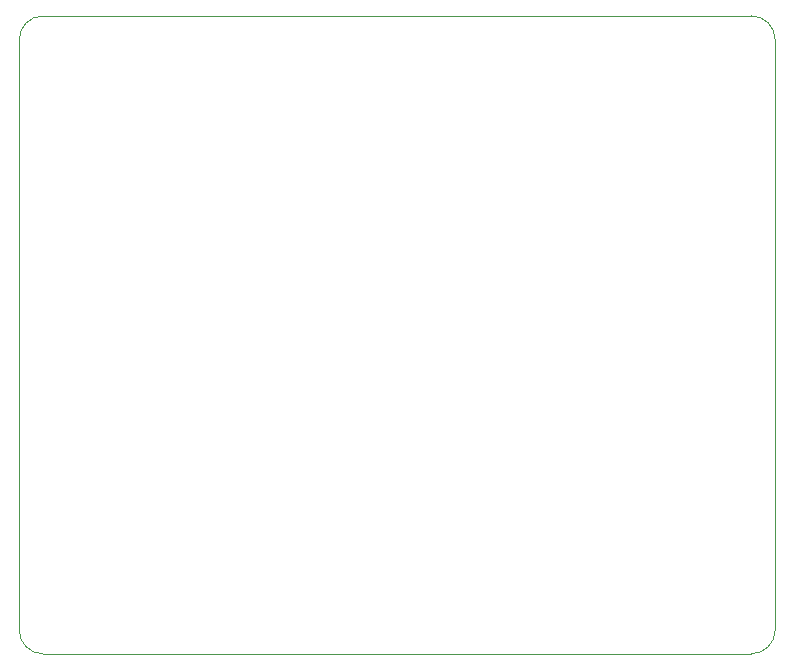
<source format=gbr>
%TF.GenerationSoftware,KiCad,Pcbnew,(5.99.0-8139-gd24b034cbc)*%
%TF.CreationDate,2021-01-06T10:54:56+00:00*%
%TF.ProjectId,neon,6e656f6e-2e6b-4696-9361-645f70636258,1.0*%
%TF.SameCoordinates,Original*%
%TF.FileFunction,Profile,NP*%
%FSLAX46Y46*%
G04 Gerber Fmt 4.6, Leading zero omitted, Abs format (unit mm)*
G04 Created by KiCad (PCBNEW (5.99.0-8139-gd24b034cbc)) date 2021-01-06 10:54:56*
%MOMM*%
%LPD*%
G01*
G04 APERTURE LIST*
%TA.AperFunction,Profile*%
%ADD10C,0.050000*%
%TD*%
G04 APERTURE END LIST*
D10*
X113490000Y-79930000D02*
X113490000Y-129930000D01*
X115490000Y-131930000D02*
X175490000Y-131930000D01*
X175490000Y-77930000D02*
X115490000Y-77930000D01*
X177490000Y-79930000D02*
G75*
G03*
X175490000Y-77930000I-2000000J0D01*
G01*
X115490000Y-77930000D02*
G75*
G03*
X113490000Y-79930000I0J-2000000D01*
G01*
X113490000Y-129930000D02*
G75*
G03*
X115490000Y-131930000I2000000J0D01*
G01*
X177490000Y-129930000D02*
X177490000Y-79930000D01*
X175490000Y-131930000D02*
G75*
G03*
X177490000Y-129930000I0J2000000D01*
G01*
M02*

</source>
